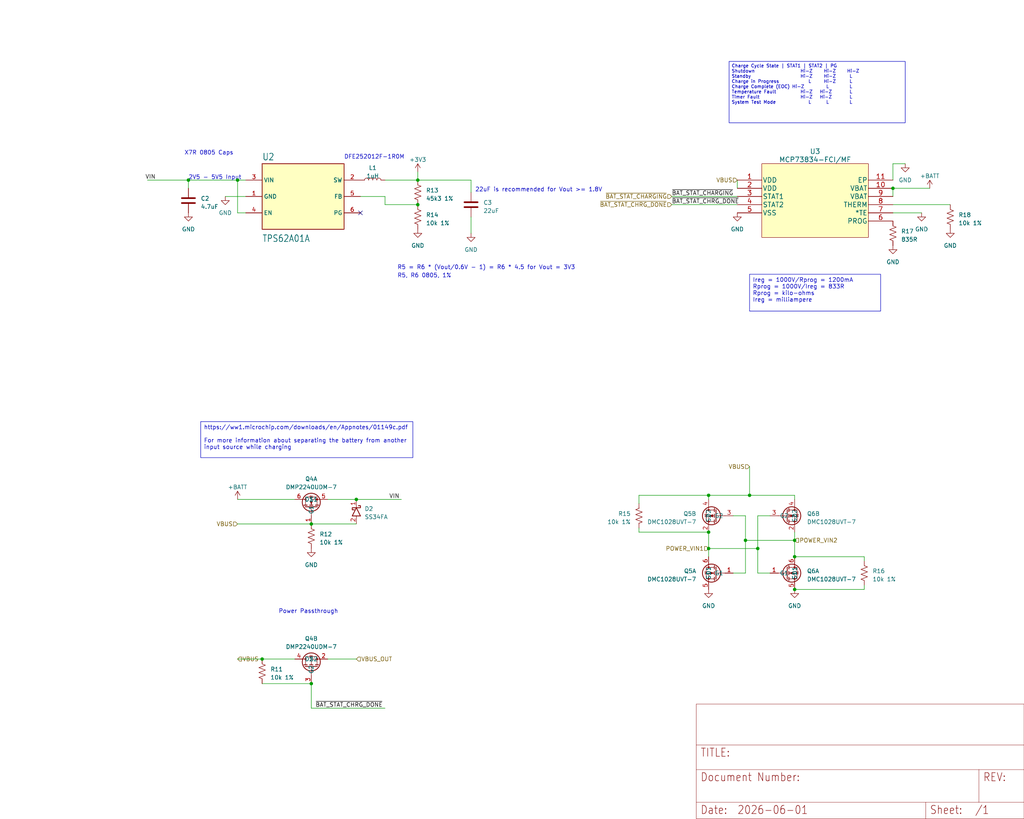
<source format=kicad_sch>
(kicad_sch (version 20230121) (generator eeschema)
  (paper "User" 317.5 254.051)
  (lib_symbols
    (symbol "Device:C" (pin_numbers hide) (pin_names (offset 0.254))
      (property "Reference" "C" (at 0.635 2.54 0))
      (property "Value" "C" (at 0.635 -2.54 0))
      (symbol "C_0_1"
        (polyline (pts (xy -2.032 -0.762) (xy 2.032 -0.762)) (stroke (width 0.508)))
        (polyline (pts (xy -2.032 0.762) (xy 2.032 0.762)) (stroke (width 0.508)))
      )
      (symbol "C_1_1"
        (pin passive line (at 0 3.81 270) (length 2.794) (name "~") (number "1"))
        (pin passive line (at 0 -3.81 90) (length 2.794) (name "~") (number "2"))
      )
    )
    (symbol "Device:L" (pin_numbers hide) (pin_names (offset 1.016) hide)
      (property "Reference" "L" (at -1.27 0 90))
      (property "Value" "L" (at 1.905 0 90))
      (symbol "L_0_1"
        (arc (start 0 -2.54) (mid 0.6323 -1.905) (end 0 -1.27))
        (arc (start 0 -1.27) (mid 0.6323 -0.635) (end 0 0))
        (arc (start 0 0) (mid 0.6323 0.635) (end 0 1.27))
        (arc (start 0 1.27) (mid 0.6323 1.905) (end 0 2.54))
      )
      (symbol "L_1_1"
        (pin passive line (at 0 3.81 270) (length 1.27) (name "1") (number "1"))
        (pin passive line (at 0 -3.81 90) (length 1.27) (name "2") (number "2"))
      )
    )
    (symbol "Device:R_US" (pin_numbers hide) (pin_names (offset 0))
      (property "Reference" "R" (at 2.54 0 90))
      (property "Value" "R_US" (at -2.54 0 90))
      (symbol "R_US_0_1"
        (polyline (pts (xy 0 -2.286) (xy 0 -2.54)))
        (polyline (pts (xy 0 2.286) (xy 0 2.54)))
        (polyline (pts (xy 0 -0.762) (xy 1.016 -1.143) (xy 0 -1.524) (xy -1.016 -1.905) (xy 0 -2.286)))
        (polyline (pts (xy 0 0.762) (xy 1.016 0.381) (xy 0 0) (xy -1.016 -0.381) (xy 0 -0.762)))
        (polyline (pts (xy 0 2.286) (xy 1.016 1.905) (xy 0 1.524) (xy -1.016 1.143) (xy 0 0.762)))
      )
      (symbol "R_US_1_1"
        (pin passive line (at 0 3.81 270) (length 1.27) (name "~") (number "1"))
        (pin passive line (at 0 -3.81 90) (length 1.27) (name "~") (number "2"))
      )
    )
    (symbol "Eros Tracker-eagle-import:FRAME_A_L"
      (symbol "FRAME_A_L_1_0"
        (polyline (pts (xy 0 43.18) (xy 3.81 43.18)))
        (polyline (pts (xy 0 86.36) (xy 3.81 86.36)))
        (polyline (pts (xy 0 129.54) (xy 3.81 129.54)))
        (polyline (pts (xy 0 172.72) (xy 3.81 172.72)))
        (polyline (pts (xy 3.81 3.81) (xy 3.81 212.09)))
        (polyline (pts (xy 46.5667 0) (xy 46.5667 3.81)))
        (polyline (pts (xy 93.1333 0) (xy 93.1333 3.81)))
        (polyline (pts (xy 139.7 0) (xy 139.7 3.81)))
        (polyline (pts (xy 186.2667 0) (xy 186.2667 3.81)))
        (polyline (pts (xy 232.8333 0) (xy 232.8333 3.81)))
        (polyline (pts (xy 275.59 3.81) (xy 275.59 212.09)))
        (polyline (pts (xy 275.59 43.18) (xy 279.4 43.18)))
        (polyline (pts (xy 275.59 86.36) (xy 279.4 86.36)))
        (polyline (pts (xy 275.59 129.54) (xy 279.4 129.54)))
        (polyline (pts (xy 275.59 172.72) (xy 279.4 172.72)))
        (polyline (pts (xy 275.59 212.09) (xy 3.81 212.09)))
        (polyline (pts (xy 0 0) (xy 279.4 0) (xy 279.4 215.9) (xy 0 215.9) (xy 0 0)))
        (text "1" (at 23.2833 213.995 0) (effects (font (size 2.54 2.286))))
        (text "2" (at 69.85 213.995 0) (effects (font (size 2.54 2.286))))
        (text "3" (at 116.4167 213.995 0) (effects (font (size 2.54 2.286))))
        (text "4" (at 162.9833 213.995 0) (effects (font (size 2.54 2.286))))
        (text "5" (at 209.55 213.995 0) (effects (font (size 2.54 2.286))))
        (text "6" (at 256.1167 213.995 0) (effects (font (size 2.54 2.286))))
        (text "A" (at 1.905 194.31 0) (effects (font (size 2.54 2.286))))
        (text "A" (at 277.495 194.31 0) (effects (font (size 2.54 2.286))))
        (text "B" (at 1.905 151.13 0) (effects (font (size 2.54 2.286))))
        (text "B" (at 277.495 151.13 0) (effects (font (size 2.54 2.286))))
        (text "C" (at 1.905 107.95 0) (effects (font (size 2.54 2.286))))
        (text "C" (at 277.495 107.95 0) (effects (font (size 2.54 2.286))))
        (text "D" (at 1.905 64.77 0) (effects (font (size 2.54 2.286))))
        (text "D" (at 277.495 64.77 0) (effects (font (size 2.54 2.286))))
        (text "E" (at 1.905 21.59 0) (effects (font (size 2.54 2.286))))
        (text "E" (at 277.495 21.59 0) (effects (font (size 2.54 2.286))))
      )
      (symbol "FRAME_A_L_2_0"
        (polyline (pts (xy 0 0) (xy 0 5.08)) (stroke (width 0.1016)))
        (polyline (pts (xy 0 0) (xy 71.12 0)) (stroke (width 0.1016)))
        (polyline (pts (xy 0 5.08) (xy 0 15.24)) (stroke (width 0.1016)))
        (polyline (pts (xy 0 5.08) (xy 71.12 5.08)) (stroke (width 0.1016)))
        (polyline (pts (xy 0 15.24) (xy 0 22.86)) (stroke (width 0.1016)))
        (polyline (pts (xy 0 22.86) (xy 0 35.56)) (stroke (width 0.1016)))
        (polyline (pts (xy 0 22.86) (xy 101.6 22.86)) (stroke (width 0.1016)))
        (polyline (pts (xy 71.12 0) (xy 101.6 0)) (stroke (width 0.1016)))
        (polyline (pts (xy 71.12 5.08) (xy 71.12 0)) (stroke (width 0.1016)))
        (polyline (pts (xy 71.12 5.08) (xy 87.63 5.08)) (stroke (width 0.1016)))
        (polyline (pts (xy 87.63 5.08) (xy 101.6 5.08)) (stroke (width 0.1016)))
        (polyline (pts (xy 87.63 15.24) (xy 0 15.24)) (stroke (width 0.1016)))
        (polyline (pts (xy 87.63 15.24) (xy 87.63 5.08)) (stroke (width 0.1016)))
        (polyline (pts (xy 101.6 5.08) (xy 101.6 0)) (stroke (width 0.1016)))
        (polyline (pts (xy 101.6 15.24) (xy 87.63 15.24)) (stroke (width 0.1016)))
        (polyline (pts (xy 101.6 15.24) (xy 101.6 5.08)) (stroke (width 0.1016)))
        (polyline (pts (xy 101.6 22.86) (xy 101.6 15.24)) (stroke (width 0.1016)))
        (polyline (pts (xy 101.6 35.56) (xy 0 35.56)) (stroke (width 0.1016)))
        (polyline (pts (xy 101.6 35.56) (xy 101.6 22.86)) (stroke (width 0.1016)))
        (text "${#}/${##}" (at 86.36 1.27 0) (effects (font (size 2.54 2.159)) (justify left bottom)))
        (text "${CURRENT_DATE}" (at 12.7 1.27 0) (effects (font (size 2.54 2.159)) (justify left bottom)))
        (text "${PROJECTNAME}" (at 17.78 19.05 0) (effects (font (size 2.54 2.159)) (justify left bottom)))
        (text "Date:" (at 1.27 1.27 0) (effects (font (size 2.54 2.159)) (justify left bottom)))
        (text "Document Number:" (at 1.27 11.43 0) (effects (font (size 2.54 2.159)) (justify left bottom)))
        (text "REV:" (at 88.9 11.43 0) (effects (font (size 2.54 2.159)) (justify left bottom)))
        (text "Sheet:" (at 72.39 1.27 0) (effects (font (size 2.54 2.159)) (justify left bottom)))
        (text "TITLE:" (at 1.27 19.05 0) (effects (font (size 2.54 2.159)) (justify left bottom)))
      )
    )
    (symbol "Eros Tracker:DMC1028UVT-7"
      (property "Reference" "Q" (at 2.54 6.35 0))
      (property "Value" "DMC1028UVT-7" (at 2.54 3.81 0))
      (symbol "DMC1028UVT-7_0_1"
        (circle (center -0.889 0) (radius 2.794) (stroke (width 0.254)))
        (circle (center 0 -1.778) (radius 0.254) (fill (type outline)))
        (polyline (pts (xy -2.286 0) (xy -5.08 0)))
        (polyline (pts (xy -2.286 1.905) (xy -2.286 -1.905)) (stroke (width 0.254)))
        (polyline (pts (xy -1.778 -1.27) (xy -1.778 -2.286)) (stroke (width 0.254)))
        (polyline (pts (xy -1.778 0.508) (xy -1.778 -0.508)) (stroke (width 0.254)))
        (polyline (pts (xy -1.778 2.286) (xy -1.778 1.27)) (stroke (width 0.254)))
        (polyline (pts (xy 0 2.54) (xy 0 1.778)))
        (polyline (pts (xy 0 -2.54) (xy 0 0) (xy -1.778 0)))
        (polyline (pts (xy -1.778 -1.778) (xy 0.762 -1.778) (xy 0.762 1.778) (xy -1.778 1.778)))
        (polyline (pts (xy 0.254 0.508) (xy 0.381 0.381) (xy 1.143 0.381) (xy 1.27 0.254)))
        (polyline (pts (xy 0.762 0.381) (xy 0.381 -0.254) (xy 1.143 -0.254) (xy 0.762 0.381)))
        (circle (center 0 1.778) (radius 0.254) (fill (type outline)))
      )
      (symbol "DMC1028UVT-7_1_1"
        (polyline (pts (xy -1.524 0) (xy -0.508 0.381) (xy -0.508 -0.381) (xy -1.524 0)) (fill (type outline)))
        (pin input line (at -7.62 0 0) (length 2.54) (name "G1") (number "1"))
        (pin passive line (at 0 -5.08 90) (length 2.54) (name "S1") (number "5"))
        (pin passive line (at 0 5.08 270) (length 2.54) (name "D1") (number "6"))
      )
      (symbol "DMC1028UVT-7_2_1"
        (polyline (pts (xy -0.2794 0) (xy -1.2954 0.381) (xy -1.2954 -0.381) (xy -0.2794 0)) (fill (type outline)))
        (pin passive line (at 0 -5.08 90) (length 2.54) (name "S2") (number "2"))
        (pin input line (at -7.62 0 0) (length 2.54) (name "G2") (number "3"))
        (pin passive line (at 0 5.08 270) (length 2.54) (name "D2") (number "4"))
      )
    )
    (symbol "Eros Tracker:DMP2240UDM-7"
      (property "Reference" "Q" (at 2.54 7.62 0))
      (property "Value" "DMP2240UDM-7" (at 2.54 5.08 0))
      (symbol "DMP2240UDM-7_0_1"
        (circle (center -0.889 0) (radius 2.794) (stroke (width 0.254)))
        (circle (center 0 -1.778) (radius 0.254) (fill (type outline)))
        (polyline (pts (xy -2.286 0) (xy -5.08 0)))
        (polyline (pts (xy -2.286 1.905) (xy -2.286 -1.905)) (stroke (width 0.254)))
        (polyline (pts (xy -1.778 -1.27) (xy -1.778 -2.286)) (stroke (width 0.254)))
        (polyline (pts (xy -1.778 0.508) (xy -1.778 -0.508)) (stroke (width 0.254)))
        (polyline (pts (xy -1.778 2.286) (xy -1.778 1.27)) (stroke (width 0.254)))
        (polyline (pts (xy 0 2.54) (xy 0 1.778)))
        (polyline (pts (xy 0 -2.54) (xy 0 0) (xy -1.778 0)))
        (polyline (pts (xy -1.778 -1.778) (xy 0.762 -1.778) (xy 0.762 1.778) (xy -1.778 1.778)))
        (polyline (pts (xy 0.254 0.508) (xy 0.381 0.381) (xy 1.143 0.381) (xy 1.27 0.254)))
        (polyline (pts (xy 0.762 0.381) (xy 0.381 -0.254) (xy 1.143 -0.254) (xy 0.762 0.381)))
        (circle (center 0 1.778) (radius 0.254) (fill (type outline)))
      )
      (symbol "DMP2240UDM-7_1_1"
        (polyline (pts (xy -1.524 0) (xy -0.508 0.381) (xy -0.508 -0.381) (xy -1.524 0)) (fill (type outline)))
        (pin passive line (at -7.62 0 0) (length 2.54) (name "G1") (number "1"))
        (pin passive line (at 0 -5.08 90) (length 2.54) (name "S1") (number "5"))
        (pin passive line (at 0 5.08 270) (length 2.54) (name "D1") (number "6"))
      )
      (symbol "DMP2240UDM-7_2_1"
        (pin passive line (at 0 -5.08 90) (length 2.54) (name "S2") (number "2"))
        (pin passive line (at -7.62 0 0) (length 2.54) (name "G2") (number "3"))
        (pin passive line (at 0 5.08 270) (length 2.54) (name "D2") (number "4"))
      )
    )
    (symbol "Eros Tracker:MCP73834-FCI/MF" (pin_names (offset 0.254))
      (property "Reference" "U" (at 8.89 6.35 0))
      (property "Value" "MCP73834-FCI/MF" (at 29.21 -19.05 0))
      (symbol "MCP73834-FCI/MF_1_1"
        (rectangle (start 7.62 5.08) (end 40.64 -17.78) (fill (type background)))
        (pin unspecified line (at 0 0 0) (length 7.62) (name "VDD") (number "1"))
        (pin unspecified line (at 48.26 -2.54 180) (length 7.62) (name "VBAT") (number "10"))
        (pin unspecified line (at 48.26 0 180) (length 7.62) (name "EP") (number "11"))
        (pin unspecified line (at 0 -2.54 0) (length 7.62) (name "VDD") (number "2"))
        (pin unspecified line (at 0 -5.08 0) (length 7.62) (name "STAT1") (number "3"))
        (pin unspecified line (at 0 -7.62 0) (length 7.62) (name "STAT2") (number "4"))
        (pin unspecified line (at 0 -10.16 0) (length 7.62) (name "VSS") (number "5"))
        (pin unspecified line (at 48.26 -12.7 180) (length 7.62) (name "PROG") (number "6"))
        (pin unspecified line (at 48.26 -10.16 180) (length 7.62) (name "*TE") (number "7"))
        (pin unspecified line (at 48.26 -7.62 180) (length 7.62) (name "THERM") (number "8"))
        (pin unspecified line (at 48.26 -5.08 180) (length 7.62) (name "VBAT") (number "9"))
      )
    )
    (symbol "Eros Tracker:TPS62A01A"
      (property "Reference" "U?" (at -12.7 10.16 0))
      (property "Value" "TPS62A01A" (at 0 10.16 0))
      (symbol "TPS62A01A_0_1"
        (rectangle (start -12.7 10.16) (end 12.7 -10.16) (stroke (width 0.254)) (fill (type background)))
      )
      (symbol "TPS62A01A_1_0"
        (pin power_in line (at -17.78 0 0) (length 5.08) (name "GND") (number "1"))
        (pin output line (at 17.78 5.08 180) (length 5.08) (name "SW") (number "2"))
        (pin power_in line (at -17.78 5.08 0) (length 5.08) (name "VIN") (number "3"))
        (pin input line (at -17.78 -5.08 0) (length 5.08) (name "EN") (number "4"))
        (pin power_in line (at 17.78 0 180) (length 5.08) (name "FB") (number "5"))
        (pin output line (at 17.78 -5.08 180) (length 5.08) (name "PG") (number "6"))
      )
    )
    (symbol "SS34FA_1" (pin_names hide)
      (property "Reference" "D" (at 12.7 8.89 0))
      (property "Value" "SS34FA" (at 12.7 6.35 0))
      (symbol "SS34FA_1_0_1"
        (polyline (pts (xy 7.6708 1.27) (xy 7.6708 -1.27) (xy 5.1308 0) (xy 7.6708 1.27)) (stroke (width 0.254)))
        (polyline (pts (xy 4.4958 0.635) (xy 4.4958 1.27) (xy 5.1308 1.27) (xy 5.1308 -1.27) (xy 5.7658 -1.27) (xy 5.7658 -0.635)) (stroke (width 0.254)))
      )
      (symbol "SS34FA_1_1_1"
        (pin passive line (at 2.54 0 0) (length 2.54) (name "K") (number "1"))
        (pin passive line (at 10.16 0 180) (length 2.54) (name "A") (number "2"))
      )
    )
    (symbol "power:+3V3" (power) (pin_names (offset 0))
      (property "Value" "+3V3" (at 0 3.556 0))
      (symbol "+3V3_0_1"
        (polyline (pts (xy -0.762 1.27) (xy 0 2.54)))
        (polyline (pts (xy 0 0) (xy 0 2.54)))
        (polyline (pts (xy 0 2.54) (xy 0.762 1.27)))
      )
      (symbol "+3V3_1_1"
        (pin power_in line (at 0 0 90) (length 0) hide (name "+3V3") (number "1"))
      )
    )
    (symbol "power:+BATT" (power) (pin_names (offset 0))
      (property "Value" "+BATT" (at 0 3.556 0))
      (symbol "+BATT_0_1"
        (polyline (pts (xy -0.762 1.27) (xy 0 2.54)))
        (polyline (pts (xy 0 0) (xy 0 2.54)))
        (polyline (pts (xy 0 2.54) (xy 0.762 1.27)))
      )
      (symbol "+BATT_1_1"
        (pin power_in line (at 0 0 90) (length 0) hide (name "+BATT") (number "1"))
      )
    )
    (symbol "power:GND" (power) (pin_names (offset 0))
      (property "Value" "GND" (at 0 -3.81 0))
      (symbol "GND_0_1"
        (polyline (pts (xy 0 0) (xy 0 -1.27) (xy 1.27 -1.27) (xy 0 -2.54) (xy -1.27 -1.27) (xy 0 -1.27)))
      )
      (symbol "GND_1_1"
        (pin power_in line (at 0 0 270) (length 0) hide (name "GND") (number "1"))
      )
    )
  )
  (junction (at 58.42 55.88))
  (junction (at 96.52 212.09))
  (junction (at 129.54 55.88))
  (junction (at 81.28 204.47))
  (junction (at 219.71 153.67))
  (junction (at 129.54 63.5))
  (junction (at 219.71 170.18))
  (junction (at 234.95 170.18))
  (junction (at 231.14 167.64))
  (junction (at 276.86 58.42))
  (junction (at 246.38 167.64))
  (junction (at 232.41 153.67))
  (junction (at 96.52 162.56))
  (junction (at 246.38 182.88))
  (junction (at 110.49 154.94))
  (junction (at 219.71 165.1))
  (junction (at 73.66 55.88))
  (junction (at 246.38 172.72))
  (no_connect (at 111.76 66.04))
  (wire (pts (xy 231.14 177.8) (xy 227.33 177.8)))
  (wire (pts (xy 129.54 63.5) (xy 119.38 63.5)))
  (wire (pts (xy 208.28 63.5) (xy 228.6 63.5)))
  (wire (pts (xy 231.14 167.64) (xy 246.38 167.64)))
  (wire (pts (xy 96.52 162.56) (xy 110.49 162.56)))
  (wire (pts (xy 231.14 167.64) (xy 231.14 177.8)))
  (wire (pts (xy 219.71 170.18) (xy 219.71 172.72)))
  (wire (pts (xy 246.38 153.67) (xy 246.38 154.94)))
  (wire (pts (xy 234.95 170.18) (xy 234.95 177.8)))
  (wire (pts (xy 101.6 204.47) (xy 110.49 204.47)))
  (wire (pts (xy 227.33 160.02) (xy 231.14 160.02)))
  (wire (pts (xy 198.12 153.67) (xy 219.71 153.67)))
  (wire (pts (xy 267.97 182.88) (xy 246.38 182.88)))
  (wire (pts (xy 219.71 165.1) (xy 198.12 165.1)))
  (wire (pts (xy 280.67 50.8) (xy 276.86 50.8)))
  (wire (pts (xy 234.95 170.18) (xy 219.71 170.18)))
  (wire (pts (xy 146.05 59.69) (xy 146.05 55.88)))
  (wire (pts (xy 73.66 162.56) (xy 96.52 162.56)))
  (wire (pts (xy 146.05 55.88) (xy 129.54 55.88)))
  (wire (pts (xy 246.38 167.64) (xy 246.38 172.72)))
  (wire (pts (xy 232.41 153.67) (xy 246.38 153.67)))
  (wire (pts (xy 276.86 50.8) (xy 276.86 55.88)))
  (wire (pts (xy 246.38 165.1) (xy 246.38 167.64)))
  (wire (pts (xy 119.38 55.88) (xy 129.54 55.88)))
  (wire (pts (xy 267.97 172.72) (xy 267.97 173.99)))
  (wire (pts (xy 228.6 55.88) (xy 228.6 58.42)))
  (wire (pts (xy 276.86 58.42) (xy 288.29 58.42)))
  (wire (pts (xy 198.12 156.21) (xy 198.12 153.67)))
  (wire (pts (xy 119.38 60.96) (xy 111.76 60.96)))
  (wire (pts (xy 119.38 63.5) (xy 119.38 60.96)))
  (wire (pts (xy 234.95 177.8) (xy 238.76 177.8)))
  (wire (pts (xy 73.66 154.94) (xy 91.44 154.94)))
  (wire (pts (xy 232.41 144.78) (xy 232.41 153.67)))
  (wire (pts (xy 285.75 66.04) (xy 276.86 66.04)))
  (wire (pts (xy 208.28 60.96) (xy 228.6 60.96)))
  (wire (pts (xy 238.76 160.02) (xy 234.95 160.02)))
  (wire (pts (xy 96.52 212.09) (xy 96.52 219.71)))
  (wire (pts (xy 73.66 204.47) (xy 81.28 204.47)))
  (wire (pts (xy 276.86 63.5) (xy 294.64 63.5)))
  (wire (pts (xy 81.28 204.47) (xy 91.44 204.47)))
  (wire (pts (xy 45.72 55.88) (xy 58.42 55.88)))
  (wire (pts (xy 73.66 55.88) (xy 76.2 55.88)))
  (wire (pts (xy 219.71 153.67) (xy 219.71 154.94)))
  (wire (pts (xy 58.42 55.88) (xy 73.66 55.88)))
  (wire (pts (xy 232.41 153.67) (xy 219.71 153.67)))
  (wire (pts (xy 267.97 181.61) (xy 267.97 182.88)))
  (wire (pts (xy 69.85 60.96) (xy 76.2 60.96)))
  (wire (pts (xy 246.38 172.72) (xy 267.97 172.72)))
  (wire (pts (xy 219.71 165.1) (xy 219.71 170.18)))
  (wire (pts (xy 101.6 154.94) (xy 110.49 154.94)))
  (wire (pts (xy 96.52 219.71) (xy 119.38 219.71)))
  (wire (pts (xy 110.49 154.94) (xy 124.46 154.94)))
  (wire (pts (xy 198.12 165.1) (xy 198.12 163.83)))
  (wire (pts (xy 234.95 160.02) (xy 234.95 170.18)))
  (wire (pts (xy 81.28 212.09) (xy 96.52 212.09)))
  (wire (pts (xy 58.42 58.42) (xy 58.42 55.88)))
  (wire (pts (xy 73.66 66.04) (xy 73.66 55.88)))
  (wire (pts (xy 146.05 67.31) (xy 146.05 72.39)))
  (wire (pts (xy 76.2 66.04) (xy 73.66 66.04)))
  (wire (pts (xy 129.54 53.34) (xy 129.54 55.88)))
  (wire (pts (xy 276.86 58.42) (xy 276.86 60.96)))
  (wire (pts (xy 231.14 160.02) (xy 231.14 167.64)))
  (text_box "https://ww1.microchip.com/downloads/en/Appnotes/01149c.pdf\n\nFor more information about separating the battery from another input source while charging" (at 62.23 130.81 0) (size 65.786 11.176) (effects (font (size 1.27 1.27)) (justify left top)))
  (text_box "Charge Cycle State | STAT1 | STAT2 | PG\nShutdown 			  Hi-Z	 Hi-Z 	Hi-Z\nStandby 			  Hi-Z 	 Hi-Z 	 L\nCharge in Progress 		L	 Hi-Z	 L\nCharge Complete (EOC) Hi-Z	  L		 L\nTemperature Fault 	  Hi-Z   Hi-Z 	 L\nTimer Fault 		  Hi-Z   Hi-Z	 L\nSystem Test Mode 		L	  L	 	 L" (at 226.06 19.05 0) (size 54.61 19.05) (effects (font (size 1 1)) (justify left top)))
  (text_box "Ireg = 1000V/Rprog = 1200mA\nRprog = 1000V/Ireg = 833R\nRprog = kilo-ohms\nIreg = milliampere\n\n" (at 232.41 85.09 0) (size 40.64 11.43) (effects (font (size 1.27 1.27)) (justify left top)))
  (text "22uF is recommended for Vout >= 1.8V" (at 147.32 59.69 0) (effects (font (size 1.27 1.27)) (justify left bottom)))
  (text "R5 = R6 * (Vout/0.6V - 1) = R6 * 4.5 for Vout = 3V3" (at 123.19 83.82 0) (effects (font (size 1.27 1.27)) (justify left bottom)))
  (text "Power Passthrough" (at 86.36 190.5 0) (effects (font (size 1.27 1.27)) (justify left bottom)))
  (text "2V5 - 5V5 Input" (at 58.42 55.88 0) (effects (font (size 1.27 1.27)) (justify left bottom)))
  (text "X7R 0805 Caps" (at 57.15 48.26 0) (effects (font (size 1.27 1.27)) (justify left bottom)))
  (text "DFE252012F-1R0M" (at 106.68 49.53 0) (effects (font (size 1.27 1.27)) (justify left bottom)))
  (text "R5, R6 0805, 1%" (at 123.19 86.36 0) (effects (font (size 1.27 1.27)) (justify left bottom)))
  (label "VIN" (at 48.26 55.88 180) (property "Intersheetrefs" "${INTERSHEET_REFS}" (effects hide)))
  (label "VIN" (at 120.65 154.94 0))
  (label "~{BAT_STAT_CHARGING}" (at 208.28 60.96 0))
  (label "~{BAT_STAT_CHRG_DONE}" (at 97.79 219.71 0))
  (label "~{BAT_STAT_CHRG_DONE}" (at 208.28 63.5 0))
  (hierarchical_label "~{BAT_STAT_CHARGING}" (shape input) (at 208.28 60.96 180))
  (hierarchical_label "VBUS" (shape input) (at 228.6 55.88 180))
  (hierarchical_label "VBUS_OUT" (shape input) (at 110.49 204.47 0))
  (hierarchical_label "POWER_VIN1" (shape input) (at 219.71 170.18 180))
  (hierarchical_label "VBUS" (shape input) (at 73.66 204.47 0))
  (hierarchical_label "VBUS" (shape input) (at 232.41 144.78 180))
  (hierarchical_label "~{BAT_STAT_CHRG_DONE}" (shape input) (at 208.28 63.5 180))
  (hierarchical_label "POWER_VIN2" (shape input) (at 246.38 167.64 0))
  (hierarchical_label "VBUS" (shape input) (at 73.66 162.56 180))
  (symbol (lib_id "Device:R_US") (at 276.86 72.39 0) (unit 1)
    (property "Reference" "R17" (at 279.4 71.755 0) (effects (justify left)))
    (property "Value" "835R" (at 279.4 74.295 0) (effects (justify left)))
    (property "Footprint" "Resistor_SMD:R_0805_2012Metric" (effects hide))
    (property "Datasheet" "https://www.mouser.com/datasheet/2/447/PYu_RT_1_to_0_01_RoHS_L_12-3003070.pdf" (effects hide))
    (property "Manufacturer_Name" "YAGEO" (effects hide))
    (property "Manufacturer_Part_Number" "RT0805BRD07835RL" (effects hide))
    (property "Mouser Part Number" "603-RT0805BRD07835RL" (effects hide))
    (property "Mouser Price/Stock" "https://www.mouser.com/ProductDetail/YAGEO/RT0805BRD07835RL?qs=bQfrgN9vNvzHHHkM%2FzGPqA%3D%3D" (effects hide))
  )
  (symbol (lib_id "power:+BATT") (at 288.29 58.42 0) (unit 1)
    (property "Reference" "#PWR031" (effects hide))
    (property "Value" "+BATT" (at 288.29 54.61 0))
  )
  (symbol (lib_id "power:GND") (at 246.38 182.88 0) (unit 1)
    (property "Reference" "#PWR027" (effects hide))
    (property "Value" "GND" (at 246.38 187.96 0))
  )
  (symbol (lib_id "power:GND") (at 276.86 76.2 0) (unit 1)
    (property "Reference" "#PWR028" (effects hide))
    (property "Value" "GND" (at 276.86 81.28 0))
  )
  (symbol (lib_id "Eros Tracker:MCP73834-FCI/MF") (at 228.6 55.88 0) (unit 1)
    (property "Reference" "U3" (at 252.73 46.99 0) (effects (font (size 1.524 1.524))))
    (property "Value" "MCP73834-FCI/MF" (at 252.73 49.53 0) (effects (font (size 1.524 1.524))))
    (property "Footprint" "Eros Tracker:MCP73834-FCI-MF" (effects hide))
    (property "Datasheet" "https://ww1.microchip.com/downloads/en/DeviceDoc/22005b.pdf" (effects hide))
    (property "Manufacturer_Name" "Microchip" (effects hide))
    (property "Manufacturer_Part_Number" "MCP73834T-FCI/MF " (effects hide))
    (property "Mouser Part Number" "579-MCP73834T-FCI/MF " (effects hide))
    (property "Mouser Price/Stock" "https://www.mouser.com/ProductDetail/Microchip-Technology/MCP73834T-FCI-MF?qs=jZi1jxfVU94zI3ynUSdAkQ%3D%3D" (effects hide))
  )
  (symbol (lib_id "Device:R_US") (at 96.52 166.37 0) (unit 1)
    (property "Reference" "R12" (at 99.06 165.735 0) (effects (justify left)))
    (property "Value" "10k 1%" (at 99.06 168.275 0) (effects (justify left)))
    (property "Footprint" "Resistor_SMD:R_0805_2012Metric" (effects hide))
    (property "Datasheet" "https://www.mouser.com/datasheet/2/447/PYu_RT_1_to_0_01_RoHS_L_12-3003070.pdf" (effects hide))
    (property "Manufacturer_Name" "YAGEO" (effects hide))
    (property "Manufacturer_Part_Number" "RT0805FRE0710KL" (effects hide))
    (property "Mouser Part Number" "603-RT0805FRE0710KL" (effects hide))
    (property "Mouser Price/Stock" "https://www.mouser.com/ProductDetail/YAGEO/RT0805FRE0710KL?qs=Fz%2FrpjPuTcHcdP0eDiVtNg%3D%3D" (effects hide))
  )
  (symbol (lib_id "power:+3V3") (at 129.54 53.34 0) (unit 1)
    (property "Reference" "#PWR022" (effects hide))
    (property "Value" "+3V3" (at 129.54 49.53 0))
  )
  (symbol (lib_id "Device:C") (at 58.42 62.23 0) (unit 1)
    (property "Reference" "C2" (at 62.23 61.595 0) (effects (justify left)))
    (property "Value" "4.7uF" (at 62.23 64.135 0) (effects (justify left)))
    (property "Footprint" "Capacitor_SMD:C_0805_2012Metric" (effects hide))
    (property "Datasheet" "https://www.mouser.com/datasheet/2/281/1/GRM21BR71C475KE51_01A-1986969.pdf" (effects hide))
    (property "Manufacturer_Name" "Murata" (effects hide))
    (property "Manufacturer_Part_Number" "GRM21BR71C475KE51L" (effects hide))
    (property "Mouser Part Number" "81-GRM21BR71C475KE1L" (effects hide))
    (property "Mouser Price/Stock" "https://www.mouser.com/ProductDetail/Murata-Electronics/GRM21BR71C475KE51L?qs=eeBpzGFlv%252B%252BCR4pji%2FtFiA%3D%3D" (effects hide))
  )
  (symbol (lib_id "Eros Tracker:DMC1028UVT-7") (at 219.71 160.02 0) (mirror y) (unit 2)
    (property "Reference" "Q5" (at 215.9 159.385 0) (effects (justify left)))
    (property "Value" "DMC1028UVT-7" (at 215.9 161.925 0) (effects (justify left)))
    (property "Footprint" "Eros Tracker:SOT95P285X140-6N" (effects hide))
    (property "Datasheet" "https://www.diodes.com/assets/Datasheets/DMC1028UVT.pdf" (effects hide))
    (property "Height" "1" (effects hide))
    (property "Mouser Part Number" "621-DMC1028UVT-7" (effects hide))
    (property "Mouser Price/Stock" "https://www.mouser.co.uk/ProductDetail/Diodes-Incorporated/DMC1028UVT-7?qs=OTrKUuiFdkZYi%2FbpWRju2g%3D%3D" (effects hide))
    (property "Manufacturer_Name" "Diodes Inc." (effects hide))
    (property "Manufacturer_Part_Number" "DMC1028UVT-7" (effects hide))
  )
  (symbol (lib_id "Device:R_US") (at 81.28 208.28 0) (unit 1)
    (property "Reference" "R11" (at 83.82 207.645 0) (effects (justify left)))
    (property "Value" "10k 1%" (at 83.82 210.185 0) (effects (justify left)))
    (property "Footprint" "Resistor_SMD:R_0805_2012Metric" (effects hide))
    (property "Datasheet" "https://www.mouser.com/datasheet/2/447/PYu_RT_1_to_0_01_RoHS_L_12-3003070.pdf" (effects hide))
    (property "Manufacturer_Name" "YAGEO" (effects hide))
    (property "Manufacturer_Part_Number" "RT0805FRE0710KL" (effects hide))
    (property "Mouser Part Number" "603-RT0805FRE0710KL" (effects hide))
    (property "Mouser Price/Stock" "https://www.mouser.com/ProductDetail/YAGEO/RT0805FRE0710KL?qs=Fz%2FrpjPuTcHcdP0eDiVtNg%3D%3D" (effects hide))
  )
  (symbol (lib_id "power:GND") (at 58.42 66.04 0) (unit 1)
    (property "Reference" "#PWR018" (effects hide))
    (property "Value" "GND" (at 58.42 71.12 0))
  )
  (symbol (lib_id "Eros Tracker:DMC1028UVT-7") (at 246.38 160.02 0) (unit 2)
    (property "Reference" "Q6" (at 250.19 159.385 0) (effects (justify left)))
    (property "Value" "DMC1028UVT-7" (at 250.19 161.925 0) (effects (justify left)))
    (property "Footprint" "Eros Tracker:SOT95P285X140-6N" (effects hide))
    (property "Datasheet" "https://www.diodes.com/assets/Datasheets/DMC1028UVT.pdf" (effects hide))
    (property "Height" "1" (effects hide))
    (property "Mouser Part Number" "621-DMC1028UVT-7" (effects hide))
    (property "Mouser Price/Stock" "https://www.mouser.co.uk/ProductDetail/Diodes-Incorporated/DMC1028UVT-7?qs=OTrKUuiFdkZYi%2FbpWRju2g%3D%3D" (effects hide))
    (property "Manufacturer_Name" "Diodes Inc." (effects hide))
    (property "Manufacturer_Part_Number" "DMC1028UVT-7" (effects hide))
  )
  (symbol (lib_id "Device:R_US") (at 294.64 67.31 0) (unit 1)
    (property "Reference" "R18" (at 297.18 66.675 0) (effects (justify left)))
    (property "Value" "10k 1%" (at 297.18 69.215 0) (effects (justify left)))
    (property "Footprint" "Resistor_SMD:R_0805_2012Metric" (effects hide))
    (property "Datasheet" "https://www.mouser.com/datasheet/2/447/PYu_RT_1_to_0_01_RoHS_L_12-3003070.pdf" (effects hide))
    (property "Manufacturer_Name" "YAGEO" (effects hide))
    (property "Manufacturer_Part_Number" "RT0805FRE0710KL" (effects hide))
    (property "Mouser Part Number" "603-RT0805FRE0710KL" (effects hide))
    (property "Mouser Price/Stock" "https://www.mouser.com/ProductDetail/YAGEO/RT0805FRE0710KL?qs=Fz%2FrpjPuTcHcdP0eDiVtNg%3D%3D" (effects hide))
  )
  (symbol (lib_id "power:GND") (at 294.64 71.12 0) (unit 1)
    (property "Reference" "#PWR032" (effects hide))
    (property "Value" "GND" (at 294.64 76.2 0))
  )
  (symbol (lib_id "power:GND") (at 129.54 71.12 0) (unit 1)
    (property "Reference" "#PWR023" (effects hide))
    (property "Value" "GND" (at 129.54 76.2 0))
  )
  (symbol (lib_id "Eros Tracker:DMP2240UDM-7") (at 96.52 204.47 90) (unit 2)
    (property "Reference" "Q4" (at 96.52 198.12 90))
    (property "Value" "DMP2240UDM-7" (at 96.52 200.66 90))
    (property "Footprint" "Eros Tracker:SOT95P285X140-6N" (effects hide))
    (property "Datasheet" "https://www.diodes.com/assets/Datasheets/ds31197.pdf" (effects hide))
    (property "Height" "1.4" (effects hide))
    (property "Mouser Part Number" "621-DMP2240UDM-7" (effects hide))
    (property "Mouser Price/Stock" "https://www.mouser.co.uk/ProductDetail/Diodes-Incorporated/DMP2240UDM-7?qs=mno522deGfakW12JLK9H1A%3D%3D" (effects hide))
    (property "Manufacturer_Name" "Diodes Inc." (effects hide))
    (property "Manufacturer_Part_Number" "DMP2240UDM-7" (effects hide))
  )
  (symbol (lib_id "Device:C") (at 146.05 63.5 0) (unit 1)
    (property "Reference" "C3" (at 149.86 62.865 0) (effects (justify left)))
    (property "Value" "22uF" (at 149.86 65.405 0) (effects (justify left)))
    (property "Footprint" "Capacitor_SMD:C_0805_2012Metric" (effects hide))
    (property "Datasheet" "https://www.mouser.com/datasheet/2/281/1/GRM21BZ70J226ME44_01A-1987068.pdf" (effects hide))
    (property "Manufacturer_Name" "Murata" (effects hide))
    (property "Manufacturer_Part_Number" "GRM21BZ70J226ME44L" (effects hide))
    (property "Mouser Part Number" "81-GRM21BZ70J226ME4L" (effects hide))
    (property "Mouser Price/Stock" "https://www.mouser.com/ProductDetail/Murata-Electronics/GRM21BZ70J226ME44L?qs=gt1LBUVyoHk1niSPiXLfGQ%3D%3D" (effects hide))
  )
  (symbol (lib_name "SS34FA_1") (lib_id "Eros Tracker:SS34FA") (at 110.49 152.4 270) (unit 1)
    (property "Reference" "D2" (at 113.03 157.8483 90) (effects (justify left)))
    (property "Value" "SS34FA" (at 113.03 160.3883 90) (effects (justify left)))
    (property "Footprint" "Eros Tracker:SODFL3618X143N" (effects hide))
    (property "Datasheet" "http://www.onsemi.com/pub/Collateral/SS36FA-D.pdf" (effects hide))
    (property "Height" "1.43" (effects hide))
    (property "Mouser Part Number" "512-SS34FA" (effects hide))
    (property "Mouser Price/Stock" "https://www.mouser.co.uk/ProductDetail/onsemi-Fairchild/SS34FA?qs=R26iFe%2FkX%2FK1QUwZdCmBBw%3D%3D" (effects hide))
    (property "Manufacturer_Name" "onsemi" (effects hide))
    (property "Manufacturer_Part_Number" "SS34FA" (effects hide))
  )
  (symbol (lib_id "power:+BATT") (at 73.66 154.94 0) (unit 1)
    (property "Reference" "#PWR020" (effects hide))
    (property "Value" "+BATT" (at 73.66 151.13 0))
  )
  (symbol (lib_id "Device:L") (at 115.57 55.88 90) (unit 1)
    (property "Reference" "L1" (at 115.57 52.07 90))
    (property "Value" "1uH" (at 115.57 54.61 90))
    (property "Footprint" "Eros Tracker:DFE2HCAH1R0MJ0L" (effects hide))
    (property "Datasheet" "https://www.mouser.com/datasheet/2/281/1/J_E_TE243A_0017-3158849.pdf" (effects hide))
    (property "Manufacturer_Name" "Murata" (effects hide))
    (property "Manufacturer_Part_Number" "DFE252012F-1R0M=P2 " (effects hide))
    (property "Mouser Part Number" "81-DFE252012F-1R0MP2 " (effects hide))
    (property "Mouser Price/Stock" "https://www.mouser.com/ProductDetail/Murata-Electronics/DFE252012F-1R0M%3dP2?qs=ty6qhqyUUEtPvXJAIo0Pnw%3D%3D" (effects hide))
    (property "Height" "1.3" (effects hide))
  )
  (symbol (lib_id "power:GND") (at 96.52 170.18 0) (unit 1)
    (property "Reference" "#PWR021" (effects hide))
    (property "Value" "GND" (at 96.52 175.26 0))
  )
  (symbol (lib_id "power:GND") (at 228.6 66.04 0) (unit 1)
    (property "Reference" "#PWR026" (effects hide))
    (property "Value" "GND" (at 228.6 71.12 0))
  )
  (symbol (lib_id "power:GND") (at 280.67 50.8 0) (unit 1)
    (property "Reference" "#PWR029" (effects hide))
    (property "Value" "GND" (at 280.67 55.88 0))
  )
  (symbol (lib_id "Device:R_US") (at 129.54 59.69 0) (unit 1)
    (property "Reference" "R13" (at 132.08 59.055 0) (effects (justify left)))
    (property "Value" "45k3 1%" (at 132.08 61.595 0) (effects (justify left)))
    (property "Footprint" "Resistor_SMD:R_0805_2012Metric" (effects hide))
    (property "Datasheet" "https://www.mouser.com/datasheet/2/447/PYu_RT_1_to_0_01_RoHS_L_12-3003070.pdf" (effects hide))
    (property "Manufacturer_Name" "YAGEO" (effects hide))
    (property "Manufacturer_Part_Number" "RT0805DRE0745K3L" (effects hide))
    (property "Mouser Part Number" "603-RT0805DRE0745K3L" (effects hide))
    (property "Mouser Price/Stock" "https://www.mouser.com/ProductDetail/YAGEO/RT0805DRE0745K3L?qs=4CyHz7GXqSjubd56XzB8%252BA%3D%3D" (effects hide))
  )
  (symbol (lib_id "Device:R_US") (at 198.12 160.02 0) (mirror y) (unit 1)
    (property "Reference" "R15" (at 195.58 159.385 0) (effects (justify left)))
    (property "Value" "10k 1%" (at 195.58 161.925 0) (effects (justify left)))
    (property "Footprint" "Resistor_SMD:R_0805_2012Metric" (effects hide))
    (property "Datasheet" "https://www.mouser.com/datasheet/2/447/PYu_RT_1_to_0_01_RoHS_L_12-3003070.pdf" (effects hide))
    (property "Manufacturer_Name" "YAGEO" (effects hide))
    (property "Manufacturer_Part_Number" "RT0805FRE0710KL" (effects hide))
    (property "Mouser Part Number" "603-RT0805FRE0710KL" (effects hide))
    (property "Mouser Price/Stock" "https://www.mouser.com/ProductDetail/YAGEO/RT0805FRE0710KL?qs=Fz%2FrpjPuTcHcdP0eDiVtNg%3D%3D" (effects hide))
  )
  (symbol (lib_id "power:GND") (at 285.75 66.04 0) (unit 1)
    (property "Reference" "#PWR030" (effects hide))
    (property "Value" "GND" (at 285.75 71.12 0))
  )
  (symbol (lib_id "Device:R_US") (at 129.54 67.31 0) (unit 1)
    (property "Reference" "R14" (at 132.08 66.675 0) (effects (justify left)))
    (property "Value" "10k 1%" (at 132.08 69.215 0) (effects (justify left)))
    (property "Footprint" "Resistor_SMD:R_0805_2012Metric" (effects hide))
    (property "Datasheet" "https://www.mouser.com/datasheet/2/447/PYu_RT_1_to_0_01_RoHS_L_12-3003070.pdf" (effects hide))
    (property "Manufacturer_Name" "YAGEO" (effects hide))
    (property "Manufacturer_Part_Number" "RT0805FRE0710KL" (effects hide))
    (property "Mouser Part Number" "603-RT0805FRE0710KL" (effects hide))
    (property "Mouser Price/Stock" "https://www.mouser.com/ProductDetail/YAGEO/RT0805FRE0710KL?qs=Fz%2FrpjPuTcHcdP0eDiVtNg%3D%3D" (effects hide))
  )
  (symbol (lib_id "Eros Tracker:TPS62A01A") (at 93.98 60.96 0) (unit 1)
    (property "Reference" "U2" (at 81.28 49.8 0) (effects (font (size 2.0828 1.7703)) (justify left bottom)))
    (property "Value" "TPS62A01A" (at 81.28 75.12 0) (effects (font (size 2.0828 1.7703)) (justify left bottom)))
    (property "Footprint" "Eros Tracker:TPS62A0xA-SOT-563" (effects hide))
    (property "Datasheet" "https://www.ti.com/lit/ds/symlink/tps62a02a.pdf" (effects hide))
    (property "Manufacturer_Name" "Texas Instruments" (effects hide))
    (property "Manufacturer_Part_Number" "TPS62A01ADRLR " (effects hide))
    (property "Mouser Part Number" "595-TPS62A01ADRLR" (effects hide))
    (property "Mouser Price/Stock" "https://www.mouser.com/ProductDetail/Texas-Instruments/TPS62A01ADRLR?qs=tlsG%2FOw5FFjxQ1CGo801Kw%3D%3D" (effects hide))
  )
  (symbol (lib_id "power:GND") (at 69.85 60.96 0) (unit 1)
    (property "Reference" "#PWR019" (effects hide))
    (property "Value" "GND" (at 69.85 66.04 0))
  )
  (symbol (lib_id "Eros Tracker-eagle-import:FRAME_A_L") (at 215.9 254 0) (unit 2)
    (property "Reference" "#FRAME2" (effects hide))
    (property "Value" "FRAME_A_L" (effects hide))
  )
  (symbol (lib_id "power:GND") (at 146.05 72.39 0) (unit 1)
    (property "Reference" "#PWR024" (effects hide))
    (property "Value" "GND" (at 146.05 77.47 0))
  )
  (symbol (lib_id "Eros Tracker:DMP2240UDM-7") (at 96.52 154.94 90) (unit 1)
    (property "Reference" "Q4" (at 96.52 148.59 90))
    (property "Value" "DMP2240UDM-7" (at 96.52 151.13 90))
    (property "Footprint" "Eros Tracker:SOT95P285X140-6N" (effects hide))
    (property "Datasheet" "https://www.diodes.com/assets/Datasheets/ds31197.pdf" (effects hide))
    (property "Height" "1.4" (effects hide))
    (property "Mouser Part Number" "621-DMP2240UDM-7" (effects hide))
    (property "Mouser Price/Stock" "https://www.mouser.co.uk/ProductDetail/Diodes-Incorporated/DMP2240UDM-7?qs=mno522deGfakW12JLK9H1A%3D%3D" (effects hide))
    (property "Manufacturer_Name" "Diodes Inc." (effects hide))
    (property "Manufacturer_Part_Number" "DMP2240UDM-7" (effects hide))
  )
  (symbol (lib_id "Eros Tracker:DMC1028UVT-7") (at 246.38 177.8 0) (unit 1)
    (property "Reference" "Q6" (at 250.19 177.165 0) (effects (justify left)))
    (property "Value" "DMC1028UVT-7" (at 250.19 179.705 0) (effects (justify left)))
    (property "Footprint" "Eros Tracker:SOT95P285X140-6N" (effects hide))
    (property "Datasheet" "https://www.diodes.com/assets/Datasheets/DMC1028UVT.pdf" (effects hide))
    (property "Height" "1" (effects hide))
    (property "Mouser Part Number" "621-DMC1028UVT-7" (effects hide))
    (property "Mouser Price/Stock" "https://www.mouser.co.uk/ProductDetail/Diodes-Incorporated/DMC1028UVT-7?qs=OTrKUuiFdkZYi%2FbpWRju2g%3D%3D" (effects hide))
    (property "Manufacturer_Name" "Diodes Inc." (effects hide))
    (property "Manufacturer_Part_Number" "DMC1028UVT-7" (effects hide))
  )
  (symbol (lib_id "Device:R_US") (at 267.97 177.8 0) (unit 1)
    (property "Reference" "R16" (at 270.51 177.165 0) (effects (justify left)))
    (property "Value" "10k 1%" (at 270.51 179.705 0) (effects (justify left)))
    (property "Footprint" "Resistor_SMD:R_0805_2012Metric" (effects hide))
    (property "Datasheet" "https://www.mouser.com/datasheet/2/447/PYu_RT_1_to_0_01_RoHS_L_12-3003070.pdf" (effects hide))
    (property "Manufacturer_Name" "YAGEO" (effects hide))
    (property "Manufacturer_Part_Number" "RT0805FRE0710KL" (effects hide))
    (property "Mouser Part Number" "603-RT0805FRE0710KL" (effects hide))
    (property "Mouser Price/Stock" "https://www.mouser.com/ProductDetail/YAGEO/RT0805FRE0710KL?qs=Fz%2FrpjPuTcHcdP0eDiVtNg%3D%3D" (effects hide))
  )
  (symbol (lib_id "Eros Tracker:DMC1028UVT-7") (at 219.71 177.8 0) (mirror y) (unit 1)
    (property "Reference" "Q5" (at 215.9 177.165 0) (effects (justify left)))
    (property "Value" "DMC1028UVT-7" (at 215.9 179.705 0) (effects (justify left)))
    (property "Footprint" "Eros Tracker:SOT95P285X140-6N" (effects hide))
    (property "Datasheet" "https://www.diodes.com/assets/Datasheets/DMC1028UVT.pdf" (effects hide))
    (property "Height" "1" (effects hide))
    (property "Mouser Part Number" "621-DMC1028UVT-7" (effects hide))
    (property "Mouser Price/Stock" "https://www.mouser.co.uk/ProductDetail/Diodes-Incorporated/DMC1028UVT-7?qs=OTrKUuiFdkZYi%2FbpWRju2g%3D%3D" (effects hide))
    (property "Manufacturer_Name" "Diodes Inc." (effects hide))
    (property "Manufacturer_Part_Number" "DMC1028UVT-7" (effects hide))
  )
  (symbol (lib_id "power:GND") (at 219.71 182.88 0) (unit 1)
    (property "Reference" "#PWR025" (effects hide))
    (property "Value" "GND" (at 219.71 187.96 0))
  )
)
</source>
